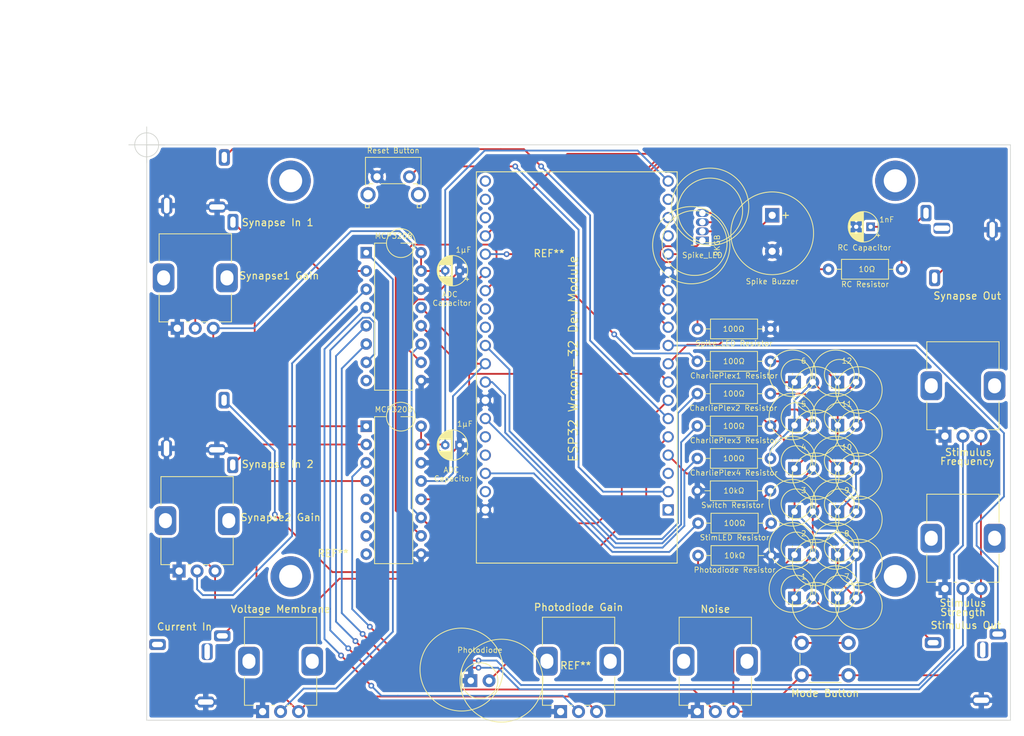
<source format=kicad_pcb>
(kicad_pcb (version 20171130) (host pcbnew "(5.1.4-0-10_14)")
  (layers (0 F.Cu signal) (31 B.Cu signal hide) (34 B.Paste user) (35 F.Paste user) (36 B.SilkS user) (37 F.SilkS user) (38 B.Mask user) (39 F.Mask user) (44 Edge.Cuts user))
  (net 0 "")
  (net 7 "GNDREF")
  (net 8 "/23")
  (net 9 "/27")
  (net 10 "/26")
  (net 11 "+3V3")
  (net 12 "/34")
  (net 13 "/35")
  (net 14 "/25")
  (net 15 "/14")
  (net 16 "/12")
  (net 17 "/13")
  (net 18 "/22")
  (net 19 "/21")
  (net 20 "/19")
  (net 21 "/05")
  (net 22 "/17")
  (net 23 "/16")
  (net 24 "/02")
  (net 25 "/15")
  (net 26 "Net-(10Ω_RC1-Pad2)")
  (net 27 "Net-(100Ω_CharliePlex1-Pad2)")
  (net 28 "Net-(100Ω_CharliePlex2-Pad2)")
  (net 30 "Net-(100Ω_CharliePlex3-Pad2)")
  (net 31 "Net-(100Ω_CharliePlex4-Pad2)")
  (net 32 "Net-(100Ω_Stim-LED1-Pad2)")
  (net 33 "/39")
  (net 34 "VCC")
  (net 35 "Net-(Reset_Button1-Pad2)")
  (net 39 "/202")
  (net 40 "/203")
  (net 41 "/106")
  (net 42 "/103")
  (net 43 "/105")
  (net 44 "/104")
  (net 45 "/101")
  (net 46 "/102")
  (net 47 "/200")
  (net 48 "/201")
  (net 49 "/32")
  (net 50 "/33")
  (net 51 "/18")
  (net 52 "/04")
  (net 53 "/00")
  (net 54 "/100")
  (net 55 "/107")
  (net 56 "/204")
  (net 57 "/205")
  (net 58 "/206")
  (net 59 "/207")
  (net 60 "Net-(100Ω_Spike-LED1-Pad2)")
  (module "LED_THT:LED_D5.0mm-4_RGB" (layer "F.Cu") (at 177.2 63.3 90)
    (fp_text reference "Spike_LED" (at -2.05 0 180) (layer "F.SilkS") (effects (font (size 0.75 0.75) (thickness 0.1))))
    (fp_text value "RGB")
    (pad "1" thru_hole oval (at 1.27 0 90) (size 1.07 1.8) (drill 0.9) (layers *.Cu *.Mask) (net 9 "/27"))
    (pad "2" thru_hole rect (at 0 0 90) (size 1.07 1.8) (drill 0.9) (layers *.Cu *.Mask) (net 60 "Net-(100Ω_Spike-LED1-Pad2)"))
    (pad "3" thru_hole oval (at 2.54 0 90) (size 1.07 1.8) (drill 0.9) (layers *.Cu *.Mask) (net 15 "/14"))
    (pad "4" thru_hole oval (at 3.81 0 90) (size 1.07 1.8) (drill 0.9) (layers *.Cu *.Mask) (net 16 "/12"))
  )
  (module "MountingHole:MountingHole_3.2mm_M3_DIN965_Pad" (layer "F.Cu") (at 120 55)
    (fp_text reference " " (at 0 -3.8) (layer "F.SilkS"))
    (fp_text value "MountingHole_3.2mm_M3_DIN965_Pad")
    (pad "1" thru_hole circle (at 0 0) (size 5.6 5.6) (drill 3.2) (layers *.Cu *.Mask))
  )
  (module "LED_THT:LED_D3.0mm" (layer "F.Cu") (at 190 83)
    (fp_text reference "6" (at 1.27 -2.96) (layer "F.SilkS") (effects (font (size 0.75 0.75) (thickness 0.1))))
    (fp_text value "D7")
    (pad "1" thru_hole rect (at 0 0) (size 1.8 1.8) (drill 0.9) (layers *.Cu *.Mask) (net 30 "Net-(100Ω_CharliePlex3-Pad2)"))
    (pad "2" thru_hole circle (at 2.54 0) (size 1.8 1.8) (drill 0.9) (layers *.Cu *.Mask) (net 31 "Net-(100Ω_CharliePlex4-Pad2)"))
  )
  (module "LED_THT:LED_D3.0mm" (layer "F.Cu") (at 190 113)
    (fp_text reference "1" (at 1.27 -2.96) (layer "F.SilkS") (effects (font (size 0.75 0.75) (thickness 0.1))))
    (fp_text value "D2")
    (pad "1" thru_hole rect (at 0 0) (size 1.8 1.8) (drill 0.9) (layers *.Cu *.Mask) (net 28 "Net-(100Ω_CharliePlex2-Pad2)"))
    (pad "2" thru_hole circle (at 2.54 0) (size 1.8 1.8) (drill 0.9) (layers *.Cu *.Mask) (net 27 "Net-(100Ω_CharliePlex1-Pad2)"))
  )
  (module "Resistor_THT:R_Axial_DIN0207_L6.3mm_D2.5mm_P10.16mm_Horizontal" (layer "F.Cu") (at 186.66 98.1 180)
    (fp_text reference "10kΩ" (at 5.08 0 180) (layer "F.SilkS") (effects (font (size 0.75 0.75) (thickness 0.1))))
    (fp_text value "R5")
    (pad "1" thru_hole circle (at 0 0 180) (size 1.6 1.6) (drill 0.8) (layers *.Cu *.Mask) (net 33 "/39"))
    (pad "2" thru_hole oval (at 10.16 0 180) (size 1.6 1.6) (drill 0.8) (layers *.Cu *.Mask) (net 7 "GNDREF"))
  )
  (module "Package_DIP:DIP-16_W7.62mm" (layer "F.Cu") (at 130.5 89.125)
    (fp_text reference "MCP3208" (at 3.81 -2.33) (layer "F.SilkS") (effects (font (size 0.75 0.75) (thickness 0.1))))
    (fp_text value "MCP3208")
    (pad "1" thru_hole rect (at 0 0) (size 1.6 1.6) (drill 0.8) (layers *.Cu *.Mask) (net 47 "/200"))
    (pad "2" thru_hole oval (at 0 2.54) (size 1.6 1.6) (drill 0.8) (layers *.Cu *.Mask) (net 48 "/201"))
    (pad "3" thru_hole oval (at 0 5.08) (size 1.6 1.6) (drill 0.8) (layers *.Cu *.Mask) (net 39 "/202"))
    (pad "4" thru_hole oval (at 0 7.62) (size 1.6 1.6) (drill 0.8) (layers *.Cu *.Mask) (net 40 "/203"))
    (pad "5" thru_hole oval (at 0 10.16) (size 1.6 1.6) (drill 0.8) (layers *.Cu *.Mask) (net 56 "/204"))
    (pad "6" thru_hole oval (at 0 12.7) (size 1.6 1.6) (drill 0.8) (layers *.Cu *.Mask) (net 57 "/205"))
    (pad "7" thru_hole oval (at 0 15.24) (size 1.6 1.6) (drill 0.8) (layers *.Cu *.Mask) (net 58 "/206"))
    (pad "8" thru_hole oval (at 0 17.78) (size 1.6 1.6) (drill 0.8) (layers *.Cu *.Mask) (net 59 "/207"))
    (pad "9" thru_hole oval (at 7.62 17.78) (size 1.6 1.6) (drill 0.8) (layers *.Cu *.Mask) (net 7 "GNDREF"))
    (pad "10" thru_hole oval (at 7.62 15.24) (size 1.6 1.6) (drill 0.8) (layers *.Cu *.Mask) (net 52 "/04"))
    (pad "11" thru_hole oval (at 7.62 12.7) (size 1.6 1.6) (drill 0.8) (layers *.Cu *.Mask) (net 49 "/32"))
    (pad "12" thru_hole oval (at 7.62 10.16) (size 1.6 1.6) (drill 0.8) (layers *.Cu *.Mask) (net 50 "/33"))
    (pad "13" thru_hole oval (at 7.62 7.62) (size 1.6 1.6) (drill 0.8) (layers *.Cu *.Mask) (net 51 "/18"))
    (pad "14" thru_hole oval (at 7.62 5.08) (size 1.6 1.6) (drill 0.8) (layers *.Cu *.Mask) (net 7 "GNDREF"))
    (pad "15" thru_hole oval (at 7.62 2.54) (size 1.6 1.6) (drill 0.8) (layers *.Cu *.Mask) (net 34 "VCC"))
    (pad "16" thru_hole oval (at 7.62 0) (size 1.6 1.6) (drill 0.8) (layers *.Cu *.Mask) (net 34 "VCC"))
  )
  (module "Potentiometer_THT:Spikeling Potentiometer" (layer "F.Cu") (at 213.4 104.2 90)
    (fp_text reference "Stimulus" (at -9.5 0 180) (layer "F.SilkS"))
    (fp_text value "RV6")
    (pad "1" thru_hole rect (at -7.5 -2.5 90) (size 1.8 1.8) (drill 1) (layers *.Cu *.Mask) (net 7 "GNDREF"))
    (pad "2" thru_hole circle (at -7.5 0 90) (size 1.8 1.8) (drill 1) (layers *.Cu *.Mask) (net 44 "/104"))
    (pad "3" thru_hole circle (at -7.5 2.5 90) (size 1.8 1.8) (drill 1) (layers *.Cu *.Mask) (net 34 "VCC"))
    (pad "MP" thru_hole roundrect (at -0.5 4.4 90) (size 4 3) (drill oval 2.1 1.8) (layers *.Cu *.Mask))
    (pad "MP" thru_hole roundrect (at -0.5 -4.4 90) (size 4 3) (drill oval 2.1 1.8) (layers *.Cu *.Mask))
  )
  (module "Potentiometer_THT:Spikeling Potentiometer" (layer "F.Cu") (at 179 121.3 90)
    (fp_text reference "Noise" (at 6.75 0 180) (layer "F.SilkS"))
    (fp_text value "RV4")
    (pad "1" thru_hole rect (at -7.5 -2.5 90) (size 1.8 1.8) (drill 1) (layers *.Cu *.Mask) (net 7 "GNDREF"))
    (pad "2" thru_hole circle (at -7.5 0 90) (size 1.8 1.8) (drill 1) (layers *.Cu *.Mask) (net 41 "/106"))
    (pad "3" thru_hole circle (at -7.5 2.5 90) (size 1.8 1.8) (drill 1) (layers *.Cu *.Mask) (net 34 "VCC"))
    (pad "MP" thru_hole roundrect (at -0.5 -4.4 90) (size 4 3) (drill oval 2.1 1.8) (layers *.Cu *.Mask))
    (pad "MP" thru_hole roundrect (at -0.5 4.4 90) (size 4 3) (drill oval 2.1 1.8) (layers *.Cu *.Mask))
  )
  (module "Audio_Module:Spikeling_Photoreceptor" (layer "F.Cu") (at 159.6 122.9)
    (fp_text reference "REF**" (at 0 -0.5 unlocked) (layer "F.SilkS"))
    (fp_text value "Spikeling_neuron")
  )
  (module "Connector_Audio:Spikeling Audio Jack 3.5mm" (layer "F.Cu") (at 100.2815 56.25 90)
    (fp_text reference "Synapse In 1" (at -4.55 17.9185) (layer "F.SilkS"))
    (fp_text value "J2")
    (pad "" thru_hole roundrect (at -2.4 9.5 180) (size 2.286 1.524) (drill oval 2.15 0.75) (layers *.Cu *.Mask) (net 7 "GNDREF"))
    (pad "R" thru_hole roundrect (at -4.5 11.7 90) (size 2.286 1.524) (drill oval 1.55 0.75) (layers *.Cu *.Mask) (net 47 "/200"))
    (pad "S" thru_hole roundrect (at -2.2 2.5 270) (size 2.286 1.524) (drill oval 2.15 0.75) (layers *.Cu *.Mask) (net 7 "GNDREF"))
    (pad "T" thru_hole roundrect (at 4.5 10.5 90) (size 2.286 1.524) (drill oval 1.55 0.75) (layers *.Cu *.Mask) (net 13 "/35"))
  )
  (module "Connector_Audio:Spikeling Audio Jack 3.5mm" (layer "F.Cu") (at 219.9685 64 -90)
    (fp_text reference "Synapse Out" (at 7 5.9685 180) (layer "F.SilkS"))
    (fp_text value "J1")
    (pad "" thru_hole roundrect (at -2.4 9.5) (size 2.286 1.524) (drill oval 2.15 0.75) (layers *.Cu *.Mask))
    (pad "R" thru_hole roundrect (at -4.5 11.7 270) (size 2.286 1.524) (drill oval 1.55 0.75) (layers *.Cu *.Mask) (net 26 "Net-(10Ω_RC1-Pad2)"))
    (pad "S" thru_hole roundrect (at -2.2 2.5 90) (size 2.286 1.524) (drill oval 2.15 0.75) (layers *.Cu *.Mask) (net 7 "GNDREF"))
    (pad "T" thru_hole roundrect (at 4.5 10.5 270) (size 2.286 1.524) (drill oval 1.55 0.75) (layers *.Cu *.Mask) (net 25 "/15"))
  )
  (module "Potentiometer_THT:Spikeling Potentiometer" (layer "F.Cu") (at 106.75 68 90)
    (fp_text reference "Synapse1 Gain" (at -0.2 11.65 180) (layer "F.SilkS"))
    (fp_text value "RV1")
    (pad "1" thru_hole rect (at -7.5 -2.5 90) (size 1.8 1.8) (drill 1) (layers *.Cu *.Mask) (net 7 "GNDREF"))
    (pad "2" thru_hole circle (at -7.5 0 90) (size 1.8 1.8) (drill 1) (layers *.Cu *.Mask) (net 45 "/101"))
    (pad "3" thru_hole circle (at -7.5 2.5 90) (size 1.8 1.8) (drill 1) (layers *.Cu *.Mask) (net 34 "VCC"))
    (pad "MP" thru_hole roundrect (at -0.5 4.4 90) (size 4 3) (drill oval 2.1 1.8) (layers *.Cu *.Mask))
    (pad "MP" thru_hole roundrect (at -0.5 -4.4 90) (size 4 3) (drill oval 2.1 1.8) (layers *.Cu *.Mask))
  )
  (module "Audio_Module:Spikeling_Electrode" (layer "F.Cu") (at 125.9 107.3)
    (fp_text reference "REF**" (at 0 -0.5 unlocked) (layer "F.SilkS"))
    (fp_text value "Spikeling_neuron")
  )
  (module "LED_THT:LED_D3.0mm" (layer "F.Cu") (at 190 101)
    (fp_text reference "3" (at 1.27 -2.96) (layer "F.SilkS") (effects (font (size 0.75 0.75) (thickness 0.1))))
    (fp_text value "D4")
    (pad "1" thru_hole rect (at 0 0) (size 1.8 1.8) (drill 0.9) (layers *.Cu *.Mask) (net 30 "Net-(100Ω_CharliePlex3-Pad2)"))
    (pad "2" thru_hole circle (at 2.54 0) (size 1.8 1.8) (drill 0.9) (layers *.Cu *.Mask) (net 28 "Net-(100Ω_CharliePlex2-Pad2)"))
  )
  (module "Potentiometer_THT:Spikeling Potentiometer" (layer "F.Cu") (at 118.6 121.3 90)
    (fp_text reference "Voltage Membrane" (at 6.75 0 180) (layer "F.SilkS"))
    (fp_text value "RV3")
    (pad "1" thru_hole rect (at -7.5 -2.5 90) (size 1.8 1.8) (drill 1) (layers *.Cu *.Mask) (net 7 "GNDREF"))
    (pad "2" thru_hole circle (at -7.5 0 90) (size 1.8 1.8) (drill 1) (layers *.Cu *.Mask) (net 54 "/100"))
    (pad "3" thru_hole circle (at -7.5 2.5 90) (size 1.8 1.8) (drill 1) (layers *.Cu *.Mask) (net 34 "VCC"))
    (pad "MP" thru_hole roundrect (at -0.5 -4.4 90) (size 4 3) (drill oval 2.1 1.8) (layers *.Cu *.Mask))
    (pad "MP" thru_hole roundrect (at -0.5 4.4 90) (size 4 3) (drill oval 2.1 1.8) (layers *.Cu *.Mask))
  )
  (module "Resistor_THT:R_Axial_DIN0207_L6.3mm_D2.5mm_P10.16mm_Horizontal" (layer "F.Cu") (at 176.6 102.6)
    (fp_text reference "100Ω" (at 5.08 0) (layer "F.SilkS") (effects (font (size 0.75 0.75) (thickness 0.1))))
    (fp_text value "R3")
    (pad "1" thru_hole circle (at 0 0) (size 1.6 1.6) (drill 0.8) (layers *.Cu *.Mask) (net 18 "/22"))
    (pad "2" thru_hole oval (at 10.16 0) (size 1.6 1.6) (drill 0.8) (layers *.Cu *.Mask) (net 32 "Net-(100Ω_Stim-LED1-Pad2)"))
  )
  (module "MountingHole:MountingHole_3.2mm_M3_DIN965_Pad" (layer "F.Cu") (at 204 55)
    (fp_text reference " " (at 0 -3.8) (layer "F.SilkS"))
    (fp_text value "MountingHole_M3")
    (pad "1" thru_hole circle (at 0 0) (size 5.6 5.6) (drill 3.2) (layers *.Cu *.Mask))
  )
  (module "Package_DIP:DIP-16_W7.62mm" (layer "F.Cu") (at 130.5 65)
    (fp_text reference "MCP3208" (at 3.81 -2.33) (layer "F.SilkS") (effects (font (size 0.75 0.75) (thickness 0.1))))
    (fp_text value "MCP3208")
    (pad "1" thru_hole rect (at 0 0) (size 1.6 1.6) (drill 0.8) (layers *.Cu *.Mask) (net 54 "/100"))
    (pad "2" thru_hole oval (at 0 2.54) (size 1.6 1.6) (drill 0.8) (layers *.Cu *.Mask) (net 45 "/101"))
    (pad "3" thru_hole oval (at 0 5.08) (size 1.6 1.6) (drill 0.8) (layers *.Cu *.Mask) (net 46 "/102"))
    (pad "4" thru_hole oval (at 0 7.62) (size 1.6 1.6) (drill 0.8) (layers *.Cu *.Mask) (net 42 "/103"))
    (pad "5" thru_hole oval (at 0 10.16) (size 1.6 1.6) (drill 0.8) (layers *.Cu *.Mask) (net 44 "/104"))
    (pad "6" thru_hole oval (at 0 12.7) (size 1.6 1.6) (drill 0.8) (layers *.Cu *.Mask) (net 43 "/105"))
    (pad "7" thru_hole oval (at 0 15.24) (size 1.6 1.6) (drill 0.8) (layers *.Cu *.Mask) (net 41 "/106"))
    (pad "8" thru_hole oval (at 0 17.78) (size 1.6 1.6) (drill 0.8) (layers *.Cu *.Mask) (net 55 "/107"))
    (pad "9" thru_hole oval (at 7.62 17.78) (size 1.6 1.6) (drill 0.8) (layers *.Cu *.Mask) (net 7 "GNDREF"))
    (pad "10" thru_hole oval (at 7.62 15.24) (size 1.6 1.6) (drill 0.8) (layers *.Cu *.Mask) (net 53 "/00"))
    (pad "11" thru_hole oval (at 7.62 12.7) (size 1.6 1.6) (drill 0.8) (layers *.Cu *.Mask) (net 49 "/32"))
    (pad "12" thru_hole oval (at 7.62 10.16) (size 1.6 1.6) (drill 0.8) (layers *.Cu *.Mask) (net 50 "/33"))
    (pad "13" thru_hole oval (at 7.62 7.62) (size 1.6 1.6) (drill 0.8) (layers *.Cu *.Mask) (net 51 "/18"))
    (pad "14" thru_hole oval (at 7.62 5.08) (size 1.6 1.6) (drill 0.8) (layers *.Cu *.Mask) (net 7 "GNDREF"))
    (pad "15" thru_hole oval (at 7.62 2.54) (size 1.6 1.6) (drill 0.8) (layers *.Cu *.Mask) (net 34 "VCC"))
    (pad "16" thru_hole oval (at 7.62 0) (size 1.6 1.6) (drill 0.8) (layers *.Cu *.Mask) (net 34 "VCC"))
  )
  (module "Capacitor_THT:CP_Radial_D4.0mm_P2.00mm" (layer "F.Cu") (at 143.4726 91.75 180)
    (fp_text reference "1μF" (at -0.7274 2.95) (layer "F.SilkS") (effects (font (size 0.75 0.75) (thickness 0.1))))
    (fp_text value "1 μF")
    (pad "1" thru_hole rect (at 0 0 180) (size 1.2 1.2) (drill 0.6) (layers *.Cu *.Mask) (net 7 "GNDREF"))
    (pad "2" thru_hole circle (at 2 0 180) (size 1.2 1.2) (drill 0.6) (layers *.Cu *.Mask) (net 34 "VCC"))
  )
  (module "Connector_Audio:Spikeling Audio Jack 3.5mm" (layer "F.Cu") (at 213.75 129.7185 180)
    (fp_text reference "Stimulus Out" (at -0.05 12.9185) (layer "F.SilkS"))
    (fp_text value "J5")
    (pad "" thru_hole roundrect (at -2.4 9.5 270) (size 2.286 1.524) (drill oval 2.15 0.75) (layers *.Cu *.Mask))
    (pad "R" thru_hole roundrect (at -4.5 11.7 180) (size 2.286 1.524) (drill oval 1.55 0.75) (layers *.Cu *.Mask) (net 10 "/26"))
    (pad "S" thru_hole roundrect (at -2.2 2.5) (size 2.286 1.524) (drill oval 2.15 0.75) (layers *.Cu *.Mask) (net 7 "GNDREF"))
    (pad "T" thru_hole roundrect (at 4.5 10.5 180) (size 2.286 1.524) (drill oval 1.55 0.75) (layers *.Cu *.Mask) (net 32 "Net-(100Ω_Stim-LED1-Pad2)"))
  )
  (module "Button_Switch_THT:Spikeling reset button" (layer "F.Cu") (at 134.25 51.75)
    (fp_text reference "Reset Button" (at 0 -0.95) (layer "F.SilkS") (effects (font (size 0.75 0.75) (thickness 0.1))))
    (fp_text value "SW2")
    (pad "" thru_hole circle (at 3.51 5.18) (size 2.1 2.1) (drill 1.3) (layers *.Cu *.Mask))
    (pad "" thru_hole circle (at -3.5 5.18) (size 2.1 2.1) (drill 1.3) (layers *.Cu *.Mask))
    (pad "1" thru_hole circle (at -2.25 2.69) (size 1.75 1.75) (drill 0.99) (layers *.Cu *.Mask) (net 7 "GNDREF"))
    (pad "2" thru_hole circle (at 2.25 2.69) (size 1.75 1.75) (drill 0.99) (layers *.Cu *.Mask) (net 35 "Net-(Reset_Button1-Pad2)"))
  )
  (module "LED_THT:LED_D3.0mm" (layer "F.Cu") (at 196 95)
    (fp_text reference "10" (at 1.27 -2.96) (layer "F.SilkS") (effects (font (size 0.75 0.75) (thickness 0.1))))
    (fp_text value "D11")
    (pad "1" thru_hole rect (at 0 0) (size 1.8 1.8) (drill 0.9) (layers *.Cu *.Mask) (net 28 "Net-(100Ω_CharliePlex2-Pad2)"))
    (pad "2" thru_hole circle (at 2.54 0) (size 1.8 1.8) (drill 0.9) (layers *.Cu *.Mask) (net 31 "Net-(100Ω_CharliePlex4-Pad2)"))
  )
  (module "LED_THT:LED_D3.0mm" (layer "F.Cu") (at 196 107)
    (fp_text reference "8" (at 1.27 -2.96) (layer "F.SilkS") (effects (font (size 0.75 0.75) (thickness 0.1))))
    (fp_text value "LED")
    (pad "1" thru_hole rect (at 0 0) (size 1.8 1.8) (drill 0.9) (layers *.Cu *.Mask) (net 27 "Net-(100Ω_CharliePlex1-Pad2)"))
    (pad "2" thru_hole circle (at 2.54 0) (size 1.8 1.8) (drill 0.9) (layers *.Cu *.Mask) (net 30 "Net-(100Ω_CharliePlex3-Pad2)"))
  )
  (module "Capacitor_THT:CP_Radial_D4.0mm_P2.00mm" (layer "F.Cu") (at 143.4726 67.5 180)
    (fp_text reference "1μF" (at -0.5274 2.9) (layer "F.SilkS") (effects (font (size 0.75 0.75) (thickness 0.1))))
    (fp_text value "1 μF")
    (pad "1" thru_hole rect (at 0 0 180) (size 1.2 1.2) (drill 0.6) (layers *.Cu *.Mask) (net 7 "GNDREF"))
    (pad "2" thru_hole circle (at 2 0 180) (size 1.2 1.2) (drill 0.6) (layers *.Cu *.Mask) (net 34 "VCC"))
  )
  (module "Resistor_THT:R_Axial_DIN0207_L6.3mm_D2.5mm_P10.16mm_Horizontal" (layer "F.Cu") (at 176.5 93.6)
    (fp_text reference "100Ω" (at 5.08 0) (layer "F.SilkS") (effects (font (size 0.75 0.75) (thickness 0.1))))
    (fp_text value "R9")
    (pad "1" thru_hole circle (at 0 0) (size 1.6 1.6) (drill 0.8) (layers *.Cu *.Mask) (net 19 "/21"))
    (pad "2" thru_hole oval (at 10.16 0) (size 1.6 1.6) (drill 0.8) (layers *.Cu *.Mask) (net 31 "Net-(100Ω_CharliePlex4-Pad2)"))
  )
  (module "LED_THT:LED_D3.0mm" (layer "F.Cu") (at 196 83)
    (fp_text reference "12" (at 1.27 -2.96) (layer "F.SilkS") (effects (font (size 0.75 0.75) (thickness 0.1))))
    (fp_text value "D13")
    (pad "1" thru_hole rect (at 0 0) (size 1.8 1.8) (drill 0.9) (layers *.Cu *.Mask) (net 27 "Net-(100Ω_CharliePlex1-Pad2)"))
    (pad "2" thru_hole circle (at 2.54 0) (size 1.8 1.8) (drill 0.9) (layers *.Cu *.Mask) (net 31 "Net-(100Ω_CharliePlex4-Pad2)"))
  )
  (module "LED_THT:LED_D3.0mm" (layer "F.Cu") (at 196 89)
    (fp_text reference "11" (at 1.27 -2.96) (layer "F.SilkS") (effects (font (size 0.75 0.75) (thickness 0.1))))
    (fp_text value "D12")
    (pad "1" thru_hole rect (at 0 0) (size 1.8 1.8) (drill 0.9) (layers *.Cu *.Mask) (net 31 "Net-(100Ω_CharliePlex4-Pad2)"))
    (pad "2" thru_hole circle (at 2.54 0) (size 1.8 1.8) (drill 0.9) (layers *.Cu *.Mask) (net 27 "Net-(100Ω_CharliePlex1-Pad2)"))
  )
  (module "LED_THT:LED_D3.0mm" (layer "F.Cu") (at 196 101)
    (fp_text reference "9" (at 1.27 -2.96) (layer "F.SilkS") (effects (font (size 0.75 0.75) (thickness 0.1))))
    (fp_text value "D10")
    (pad "1" thru_hole rect (at 0 0) (size 1.8 1.8) (drill 0.9) (layers *.Cu *.Mask) (net 31 "Net-(100Ω_CharliePlex4-Pad2)"))
    (pad "2" thru_hole circle (at 2.54 0) (size 1.8 1.8) (drill 0.9) (layers *.Cu *.Mask) (net 28 "Net-(100Ω_CharliePlex2-Pad2)"))
  )
  (module "Resistor_THT:R_Axial_DIN0207_L6.3mm_D2.5mm_P10.16mm_Horizontal" (layer "F.Cu") (at 194.72 67.3)
    (fp_text reference "10Ω" (at 5.33 0 180) (layer "F.SilkS") (effects (font (size 0.75 0.75) (thickness 0.1))))
    (fp_text value "R1")
    (pad "1" thru_hole circle (at 0 0) (size 1.6 1.6) (drill 0.8) (layers *.Cu *.Mask) (net 14 "/25"))
    (pad "2" thru_hole oval (at 10.16 0) (size 1.6 1.6) (drill 0.8) (layers *.Cu *.Mask) (net 26 "Net-(10Ω_RC1-Pad2)"))
  )
  (module "LED_THT:LED_D5.0mm" (layer "F.Cu") (at 145.025 124.5)
    (fp_text reference "Photodiode" (at 1.27 -4.25) (layer "F.SilkS") (effects (font (size 0.75 0.75) (thickness 0.1))))
    (fp_text value "D1")
    (pad "1" thru_hole rect (at 0 0) (size 1.8 1.8) (drill 0.9) (layers *.Cu *.Mask) (net 7 "GNDREF"))
    (pad "2" thru_hole circle (at 2.54 0) (size 1.8 1.8) (drill 0.9) (layers *.Cu *.Mask) (net 39 "/202"))
  )
  (module "Potentiometer_THT:Spikeling Potentiometer" (layer "F.Cu") (at 213.4 83 90)
    (fp_text reference "Stimulus" (at -9.75 0.75 180) (layer "F.SilkS"))
    (fp_text value "RV7")
    (pad "1" thru_hole rect (at -7.5 -2.5 90) (size 1.8 1.8) (drill 1) (layers *.Cu *.Mask) (net 7 "GNDREF"))
    (pad "2" thru_hole circle (at -7.5 0 90) (size 1.8 1.8) (drill 1) (layers *.Cu *.Mask) (net 43 "/105"))
    (pad "3" thru_hole circle (at -7.5 2.5 90) (size 1.8 1.8) (drill 1) (layers *.Cu *.Mask) (net 34 "VCC"))
    (pad "MP" thru_hole roundrect (at -0.5 4.4 90) (size 4 3) (drill oval 2.1 1.8) (layers *.Cu *.Mask))
    (pad "MP" thru_hole roundrect (at -0.5 -4.4 90) (size 4 3) (drill oval 2.1 1.8) (layers *.Cu *.Mask))
  )
  (module "Potentiometer_THT:Spikeling Potentiometer" (layer "F.Cu") (at 107 101.75 90)
    (fp_text reference "Synapse2 Gain" (at -0.05 11.6 180) (layer "F.SilkS"))
    (fp_text value "RV2")
    (pad "1" thru_hole rect (at -7.5 -2.5 90) (size 1.8 1.8) (drill 1) (layers *.Cu *.Mask) (net 7 "GNDREF"))
    (pad "2" thru_hole circle (at -7.5 0 90) (size 1.8 1.8) (drill 1) (layers *.Cu *.Mask) (net 46 "/102"))
    (pad "3" thru_hole circle (at -7.5 2.5 90) (size 1.8 1.8) (drill 1) (layers *.Cu *.Mask) (net 34 "VCC"))
    (pad "MP" thru_hole roundrect (at -0.5 -4.4 90) (size 4 3) (drill oval 2.1 1.8) (layers *.Cu *.Mask))
    (pad "MP" thru_hole roundrect (at -0.5 4.4 90) (size 4 3) (drill oval 2.1 1.8) (layers *.Cu *.Mask))
  )
  (module "Connector_Audio:Spikeling Audio Jack 3.5mm" (layer "F.Cu") (at 100.25 90 90)
    (fp_text reference "Synapse In 2" (at -4.4 17.95) (layer "F.SilkS"))
    (fp_text value "J3")
    (pad "" thru_hole roundrect (at -2.4 9.5 180) (size 2.286 1.524) (drill oval 2.15 0.75) (layers *.Cu *.Mask) (net 7 "GNDREF"))
    (pad "R" thru_hole roundrect (at -4.5 11.7 90) (size 2.286 1.524) (drill oval 1.55 0.75) (layers *.Cu *.Mask) (net 48 "/201"))
    (pad "S" thru_hole roundrect (at -2.2 2.5 270) (size 2.286 1.524) (drill oval 2.15 0.75) (layers *.Cu *.Mask) (net 7 "GNDREF"))
    (pad "T" thru_hole roundrect (at 4.5 10.5 90) (size 2.286 1.524) (drill oval 1.55 0.75) (layers *.Cu *.Mask) (net 12 "/34"))
  )
  (module "LED_THT:LED_D3.0mm" (layer "F.Cu") (at 190 107)
    (fp_text reference "2" (at 1.27 -2.96) (layer "F.SilkS") (effects (font (size 0.75 0.75) (thickness 0.1))))
    (fp_text value "D3")
    (pad "1" thru_hole rect (at 0 0) (size 1.8 1.8) (drill 0.9) (layers *.Cu *.Mask) (net 27 "Net-(100Ω_CharliePlex1-Pad2)"))
    (pad "2" thru_hole circle (at 2.54 0) (size 1.8 1.8) (drill 0.9) (layers *.Cu *.Mask) (net 28 "Net-(100Ω_CharliePlex2-Pad2)"))
  )
  (module "MountingHole:MountingHole_3.2mm_M3_DIN965_Pad" (layer "F.Cu") (at 204 110)
    (fp_text reference " " (at 0 -3.8) (layer "F.SilkS"))
    (fp_text value "MountingHole_3.2mm_M3_DIN965_Pad")
    (pad "1" thru_hole circle (at 0 0) (size 5.6 5.6) (drill 3.2) (layers *.Cu *.Mask))
  )
  (module "LED_THT:LED_D3.0mm" (layer "F.Cu") (at 190 95)
    (fp_text reference "4" (at 1.27 -2.96) (layer "F.SilkS") (effects (font (size 0.75 0.75) (thickness 0.1))))
    (fp_text value "D5")
    (pad "1" thru_hole rect (at 0 0) (size 1.8 1.8) (drill 0.9) (layers *.Cu *.Mask) (net 28 "Net-(100Ω_CharliePlex2-Pad2)"))
    (pad "2" thru_hole circle (at 2.54 0) (size 1.8 1.8) (drill 0.9) (layers *.Cu *.Mask) (net 30 "Net-(100Ω_CharliePlex3-Pad2)"))
  )
  (module "Connector_Audio:Spikeling Audio Jack 3.5mm" (layer "F.Cu") (at 106 129.9685 180)
    (fp_text reference "Current In" (at 0.75 12.9685) (layer "F.SilkS"))
    (fp_text value "J4")
    (pad "" thru_hole roundrect (at -2.4 9.5 270) (size 2.286 1.524) (drill oval 2.15 0.75) (layers *.Cu *.Mask))
    (pad "R" thru_hole roundrect (at -4.5 11.7 180) (size 2.286 1.524) (drill oval 1.55 0.75) (layers *.Cu *.Mask) (net 40 "/203"))
    (pad "S" thru_hole roundrect (at -2.2 2.5) (size 2.286 1.524) (drill oval 2.15 0.75) (layers *.Cu *.Mask) (net 7 "GNDREF"))
    (pad "T" thru_hole roundrect (at 4.5 10.5 180) (size 2.286 1.524) (drill oval 1.55 0.75) (layers *.Cu *.Mask))
  )
  (module "Resistor_THT:R_Axial_DIN0207_L6.3mm_D2.5mm_P10.16mm_Horizontal" (layer "F.Cu") (at 176.5 89.1)
    (fp_text reference "100Ω" (at 5.08 0) (layer "F.SilkS") (effects (font (size 0.75 0.75) (thickness 0.1))))
    (fp_text value "R8")
    (pad "1" thru_hole circle (at 0 0) (size 1.6 1.6) (drill 0.8) (layers *.Cu *.Mask) (net 20 "/19"))
    (pad "2" thru_hole oval (at 10.16 0) (size 1.6 1.6) (drill 0.8) (layers *.Cu *.Mask) (net 30 "Net-(100Ω_CharliePlex3-Pad2)"))
  )
  (module "Resistor_THT:R_Axial_DIN0207_L6.3mm_D2.5mm_P10.16mm_Horizontal" (layer "F.Cu") (at 176.6 107.1)
    (fp_text reference "10kΩ" (at 5.08 0) (layer "F.SilkS") (effects (font (size 0.75 0.75) (thickness 0.1))))
    (fp_text value "R2")
    (pad "1" thru_hole circle (at 0 0) (size 1.6 1.6) (drill 0.8) (layers *.Cu *.Mask) (net 39 "/202"))
    (pad "2" thru_hole oval (at 10.16 0) (size 1.6 1.6) (drill 0.8) (layers *.Cu *.Mask) (net 7 "GNDREF"))
  )
  (module "Potentiometer_THT:Spikeling Potentiometer" (layer "F.Cu") (at 160 121.3 90)
    (fp_text reference "Photodiode Gain" (at 7 0 180) (layer "F.SilkS"))
    (fp_text value "RV5")
    (pad "1" thru_hole rect (at -7.5 -2.5 90) (size 1.8 1.8) (drill 1) (layers *.Cu *.Mask) (net 7 "GNDREF"))
    (pad "2" thru_hole circle (at -7.5 0 90) (size 1.8 1.8) (drill 1) (layers *.Cu *.Mask) (net 42 "/103"))
    (pad "3" thru_hole circle (at -7.5 2.5 90) (size 1.8 1.8) (drill 1) (layers *.Cu *.Mask) (net 34 "VCC"))
    (pad "MP" thru_hole roundrect (at -0.5 4.4 90) (size 4 3) (drill oval 2.1 1.8) (layers *.Cu *.Mask))
    (pad "MP" thru_hole roundrect (at -0.5 -4.4 90) (size 4 3) (drill oval 2.1 1.8) (layers *.Cu *.Mask))
  )
  (module "Capacitor_THT:CP_Radial_D4.0mm_P2.00mm" (layer "F.Cu") (at 200.5726 61.4 180)
    (fp_text reference "1nF" (at -2.2274 1) (layer "F.SilkS") (effects (font (size 0.75 0.75) (thickness 0.1))))
    (fp_text value "C3")
    (pad "1" thru_hole rect (at 0 0 180) (size 1.2 1.2) (drill 0.6) (layers *.Cu *.Mask) (net 26 "Net-(10Ω_RC1-Pad2)"))
    (pad "2" thru_hole circle (at 2 0 180) (size 1.2 1.2) (drill 0.6) (layers *.Cu *.Mask) (net 7 "GNDREF"))
  )
  (module "Resistor_THT:R_Axial_DIN0207_L6.3mm_D2.5mm_P10.16mm_Horizontal" (layer "F.Cu") (at 176.5 84.6)
    (fp_text reference "100Ω" (at 5.08 0) (layer "F.SilkS") (effects (font (size 0.75 0.75) (thickness 0.1))))
    (fp_text value "R7")
    (pad "1" thru_hole circle (at 0 0) (size 1.6 1.6) (drill 0.8) (layers *.Cu *.Mask) (net 21 "/05"))
    (pad "2" thru_hole oval (at 10.16 0) (size 1.6 1.6) (drill 0.8) (layers *.Cu *.Mask) (net 28 "Net-(100Ω_CharliePlex2-Pad2)"))
  )
  (module "Resistor_THT:R_Axial_DIN0207_L6.3mm_D2.5mm_P10.16mm_Horizontal" (layer "F.Cu") (at 186.68 75.6 180)
    (fp_text reference "100Ω" (at 5.13 0) (layer "F.SilkS") (effects (font (size 0.75 0.75) (thickness 0.1))))
    (fp_text value "R4")
    (pad "1" thru_hole circle (at 0 0 180) (size 1.6 1.6) (drill 0.8) (layers *.Cu *.Mask) (net 7 "GNDREF"))
    (pad "2" thru_hole oval (at 10.16 0 180) (size 1.6 1.6) (drill 0.8) (layers *.Cu *.Mask) (net 60 "Net-(100Ω_Spike-LED1-Pad2)"))
  )
  (module "Buzzer_Beeper:Buzzer_11.5x9.5RM5" (layer "F.Cu") (at 186.9 58.5 -90)
    (fp_text reference "Spike Buzzer" (at 10.5 0) (layer "F.SilkS") (effects (font (size 0.75 0.75) (thickness 0.1))))
    (fp_text value "BZ1")
    (fp_text user "+" (at 1.3 -1.8 -90) (layer "F.SilkS"))
    (pad "1" thru_hole rect (at 1.3 0 270) (size 2 2) (drill 1) (layers *.Cu *.Mask) (net 17 "/13"))
    (pad "2" thru_hole circle (at 6.3 0 270) (size 2 2) (drill 1) (layers *.Cu *.Mask) (net 7 "GNDREF"))
  )
  (module "MountingHole:MountingHole_3.2mm_M3_DIN965_Pad" (layer "F.Cu") (at 120 110)
    (fp_text reference " " (at 0 -3.8) (layer "F.SilkS"))
    (fp_text value "MountingHole_3.2mm_M3_DIN965_Pad")
    (pad "1" thru_hole circle (at 0 0) (size 5.6 5.6) (drill 3.2) (layers *.Cu *.Mask))
  )
  (module "Audio_Module:Spikeling_Neuron" (layer "F.Cu") (at 155.9 65.6)
    (fp_text reference "REF**" (at 0 -0.5 unlocked) (layer "F.SilkS"))
    (fp_text value "Spikeling_neuron")
  )
  (module "Resistor_THT:R_Axial_DIN0207_L6.3mm_D2.5mm_P10.16mm_Horizontal" (layer "F.Cu") (at 176.5 80.1)
    (fp_text reference "100Ω" (at 5.08 0) (layer "F.SilkS") (effects (font (size 0.75 0.75) (thickness 0.1))))
    (fp_text value "R6")
    (pad "1" thru_hole circle (at 0 0) (size 1.6 1.6) (drill 0.8) (layers *.Cu *.Mask) (net 24 "/02"))
    (pad "2" thru_hole oval (at 10.16 0) (size 1.6 1.6) (drill 0.8) (layers *.Cu *.Mask) (net 27 "Net-(100Ω_CharliePlex1-Pad2)"))
  )
  (module "Button_Switch_THT:SW_PUSH_6mm_H13mm" (layer "F.Cu") (at 191 119.25)
    (fp_text reference "Mode Button" (at 3.25 7) (layer "F.SilkS"))
    (fp_text value "SW1")
    (pad "1" thru_hole circle (at 0 0 90) (size 2 2) (drill 1.1) (layers *.Cu *.Mask) (net 33 "/39"))
    (pad "1" thru_hole circle (at 6.5 0 90) (size 2 2) (drill 1.1) (layers *.Cu *.Mask) (net 33 "/39"))
    (pad "2" thru_hole circle (at 6.5 4.5 90) (size 2 2) (drill 1.1) (layers *.Cu *.Mask) (net 34 "VCC"))
    (pad "2" thru_hole circle (at 0 4.5 90) (size 2 2) (drill 1.1) (layers *.Cu *.Mask) (net 34 "VCC"))
  )
  (module "Module:MODULE_ESP32-DEVKITC-32D" (layer "F.Cu") (at 159.75 81 180)
    (fp_text reference "ESP32 Wroom-32 Dev Module" (at 0.5 1.25 270) (layer "F.SilkS") (effects (font (size 1.25 1.25))))
    (fp_text value "ESP32-DEVKITC-32D")
    (pad "1" thru_hole rect (at -12.7 -19.76 180) (size 1.56 1.56) (drill 1.04) (layers *.Cu *.Mask) (net 11 "+3V3"))
    (pad "2" thru_hole circle (at -12.7 -17.22 180) (size 1.56 1.56) (drill 1.04) (layers *.Cu *.Mask) (net 35 "Net-(Reset_Button1-Pad2)"))
    (pad "3" thru_hole circle (at -12.7 -14.68 180) (size 1.56 1.56) (drill 1.04) (layers *.Cu *.Mask))
    (pad "4" thru_hole circle (at -12.7 -12.14 180) (size 1.56 1.56) (drill 1.04) (layers *.Cu *.Mask) (net 33 "/39"))
    (pad "5" thru_hole circle (at -12.7 -9.6 180) (size 1.56 1.56) (drill 1.04) (layers *.Cu *.Mask) (net 12 "/34"))
    (pad "6" thru_hole circle (at -12.7 -7.06 180) (size 1.56 1.56) (drill 1.04) (layers *.Cu *.Mask) (net 13 "/35"))
    (pad "7" thru_hole circle (at -12.7 -4.52 180) (size 1.56 1.56) (drill 1.04) (layers *.Cu *.Mask) (net 49 "/32"))
    (pad "8" thru_hole circle (at -12.7 -1.98 180) (size 1.56 1.56) (drill 1.04) (layers *.Cu *.Mask) (net 50 "/33"))
    (pad "9" thru_hole circle (at -12.7 0.56 180) (size 1.56 1.56) (drill 1.04) (layers *.Cu *.Mask) (net 14 "/25"))
    (pad "10" thru_hole circle (at -12.7 3.1 180) (size 1.56 1.56) (drill 1.04) (layers *.Cu *.Mask) (net 10 "/26"))
    (pad "11" thru_hole circle (at -12.7 5.64 180) (size 1.56 1.56) (drill 1.04) (layers *.Cu *.Mask) (net 9 "/27"))
    (pad "12" thru_hole circle (at -12.7 8.18 180) (size 1.56 1.56) (drill 1.04) (layers *.Cu *.Mask) (net 15 "/14"))
    (pad "13" thru_hole circle (at -12.7 10.72 180) (size 1.56 1.56) (drill 1.04) (layers *.Cu *.Mask) (net 16 "/12"))
    (pad "14" thru_hole circle (at -12.7 13.26 180) (size 1.56 1.56) (drill 1.04) (layers *.Cu *.Mask) (net 7 "GNDREF"))
    (pad "15" thru_hole circle (at -12.7 15.8 180) (size 1.56 1.56) (drill 1.04) (layers *.Cu *.Mask) (net 17 "/13"))
    (pad "16" thru_hole circle (at -12.7 18.34 180) (size 1.56 1.56) (drill 1.04) (layers *.Cu *.Mask))
    (pad "17" thru_hole circle (at -12.7 20.88 180) (size 1.56 1.56) (drill 1.04) (layers *.Cu *.Mask))
    (pad "18" thru_hole circle (at -12.7 23.42 180) (size 1.56 1.56) (drill 1.04) (layers *.Cu *.Mask))
    (pad "19" thru_hole circle (at -12.7 25.96 180) (size 1.56 1.56) (drill 1.04) (layers *.Cu *.Mask) (net 34 "VCC"))
    (pad "20" thru_hole circle (at 12.7 -19.76 180) (size 1.56 1.56) (drill 1.04) (layers *.Cu *.Mask) (net 7 "GNDREF"))
    (pad "21" thru_hole circle (at 12.7 -17.22 180) (size 1.56 1.56) (drill 1.04) (layers *.Cu *.Mask) (net 8 "/23"))
    (pad "22" thru_hole circle (at 12.7 -14.68 180) (size 1.56 1.56) (drill 1.04) (layers *.Cu *.Mask) (net 18 "/22"))
    (pad "23" thru_hole circle (at 12.7 -12.14 180) (size 1.56 1.56) (drill 1.04) (layers *.Cu *.Mask))
    (pad "24" thru_hole circle (at 12.7 -9.6 180) (size 1.56 1.56) (drill 1.04) (layers *.Cu *.Mask))
    (pad "25" thru_hole circle (at 12.7 -7.06 180) (size 1.56 1.56) (drill 1.04) (layers *.Cu *.Mask) (net 19 "/21"))
    (pad "26" thru_hole circle (at 12.7 -4.52 180) (size 1.56 1.56) (drill 1.04) (layers *.Cu *.Mask) (net 7 "GNDREF"))
    (pad "27" thru_hole circle (at 12.7 -1.98 180) (size 1.56 1.56) (drill 1.04) (layers *.Cu *.Mask) (net 20 "/19"))
    (pad "28" thru_hole circle (at 12.7 0.56 180) (size 1.56 1.56) (drill 1.04) (layers *.Cu *.Mask) (net 51 "/18"))
    (pad "29" thru_hole circle (at 12.7 3.1 180) (size 1.56 1.56) (drill 1.04) (layers *.Cu *.Mask) (net 21 "/05"))
    (pad "30" thru_hole circle (at 12.7 5.64 180) (size 1.56 1.56) (drill 1.04) (layers *.Cu *.Mask) (net 22 "/17"))
    (pad "31" thru_hole circle (at 12.7 8.18 180) (size 1.56 1.56) (drill 1.04) (layers *.Cu *.Mask) (net 23 "/16"))
    (pad "32" thru_hole circle (at 12.7 10.72 180) (size 1.56 1.56) (drill 1.04) (layers *.Cu *.Mask) (net 52 "/04"))
    (pad "33" thru_hole circle (at 12.7 13.26 180) (size 1.56 1.56) (drill 1.04) (layers *.Cu *.Mask) (net 53 "/00"))
    (pad "34" thru_hole circle (at 12.7 15.8 180) (size 1.56 1.56) (drill 1.04) (layers *.Cu *.Mask) (net 24 "/02"))
    (pad "35" thru_hole circle (at 12.7 18.34 180) (size 1.56 1.56) (drill 1.04) (layers *.Cu *.Mask) (net 25 "/15"))
    (pad "36" thru_hole circle (at 12.7 20.88 180) (size 1.56 1.56) (drill 1.04) (layers *.Cu *.Mask))
    (pad "37" thru_hole circle (at 12.7 23.42 180) (size 1.56 1.56) (drill 1.04) (layers *.Cu *.Mask))
    (pad "38" thru_hole circle (at 12.7 25.96 180) (size 1.56 1.56) (drill 1.04) (layers *.Cu *.Mask))
  )
  (module "LED_THT:LED_D3.0mm" (layer "F.Cu") (at 196 113)
    (fp_text reference "7" (at 1.27 -2.96) (layer "F.SilkS") (effects (font (size 0.75 0.75) (thickness 0.1))))
    (fp_text value "D8")
    (pad "1" thru_hole rect (at 0 0) (size 1.8 1.8) (drill 0.9) (layers *.Cu *.Mask) (net 30 "Net-(100Ω_CharliePlex3-Pad2)"))
    (pad "2" thru_hole circle (at 2.54 0) (size 1.8 1.8) (drill 0.9) (layers *.Cu *.Mask) (net 27 "Net-(100Ω_CharliePlex1-Pad2)"))
  )
  (module "LED_THT:LED_D3.0mm" (layer "F.Cu") (at 190 89)
    (fp_text reference "5" (at 1.27 -2.96) (layer "F.SilkS") (effects (font (size 0.75 0.75) (thickness 0.1))))
    (fp_text value "D6")
    (pad "1" thru_hole rect (at 0 0) (size 1.8 1.8) (drill 0.9) (layers *.Cu *.Mask) (net 31 "Net-(100Ω_CharliePlex4-Pad2)"))
    (pad "2" thru_hole circle (at 2.54 0) (size 1.8 1.8) (drill 0.9) (layers *.Cu *.Mask) (net 30 "Net-(100Ω_CharliePlex3-Pad2)"))
  )
  (gr_line (start 220 130) (end 100 130) (layer "Edge.Cuts") (width 0.1))
  (gr_line (start 100 50) (end 220 50) (layer "Edge.Cuts") (width 0.1))
  (gr_line (start 220 50) (end 220 130) (layer "Edge.Cuts") (width 0.1))
  (gr_line (start 100 130) (end 100 50) (layer "Edge.Cuts") (width 0.1))
  (gr_text "ADC \nCapacitor" (at 142.4 71.4) (layer "F.SilkS") (effects (font (size 0.75 0.75) (thickness 0.1))))
  (gr_text "Switch Resistor" (at 181.4 100.1) (layer "F.SilkS") (effects (font (size 0.75 0.75) (thickness 0.1))))
  (gr_text "CharliePlex3 Resistor" (at 181.58 91.1) (layer "F.SilkS") (effects (font (size 0.75 0.75) (thickness 0.1))))
  (gr_text "Frequency" (at 214 94) (layer "F.SilkS") (effects (font (size 1 1))))
  (gr_text "Strength" (at 213.4 115) (layer "F.SilkS") (effects (font (size 1 1))))
  (gr_text "CharliePlex2 Resistor" (at 181.5 86.6) (layer "F.SilkS") (effects (font (size 0.75 0.75) (thickness 0.1))))
  (gr_text "Spike_LED Resistor" (at 181.58 77.6) (layer "F.SilkS") (effects (font (size 0.75 0.75) (thickness 0.1))))
  (gr_text "CharliePlex1 Resistor" (at 181.6 82.1) (layer "F.SilkS") (effects (font (size 0.75 0.75) (thickness 0.1))))
  (gr_text "RKGB" (at 179.25 64 90) (layer "F.SilkS") (effects (font (size 0.75 0.75) (thickness 0.1))))
  (gr_text "RC Capacitor" (at 199.7 64.3) (layer "F.SilkS") (effects (font (size 0.75 0.75) (thickness 0.1))))
  (gr_text "RC Resistor" (at 199.8 69.4) (layer "F.SilkS") (effects (font (size 0.75 0.75) (thickness 0.1))))
  (gr_text "StimLED Resistor" (at 181.68 104.6) (layer "F.SilkS") (effects (font (size 0.75 0.75) (thickness 0.1))))
  (gr_text "Photodiode Resistor" (at 181.7 109.1) (layer "F.SilkS") (effects (font (size 0.75 0.75) (thickness 0.1))))
  (gr_text "ADC \nCapacitor" (at 142.6 95.8) (layer "F.SilkS") (effects (font (size 0.75 0.75) (thickness 0.1))))
  (gr_text "CharliePlex4 Resistor" (at 181.58 95.6) (layer "F.SilkS") (effects (font (size 0.75 0.75) (thickness 0.1))))
  (target plus (at 100 50) (size 5) (width 0.1) (layer "Edge.Cuts"))
  (segment (start 141.0176 94.205) (end 143.4726 91.75) (width 0.25) (layer "F.Cu") (net 7))
  (segment (start 140.8926 70.08) (end 143.4726 67.5) (width 0.25) (layer "F.Cu") (net 7))
  (segment (start 138.12 94.205) (end 141.0176 94.205) (width 0.25) (layer "F.Cu") (net 7))
  (segment (start 109.7815 58.65) (end 109.8815 58.65) (width 0.25) (layer "F.Cu") (net 7))
  (segment (start 138.12 70.08) (end 140.8926 70.08) (width 0.25) (layer "F.Cu") (net 7))
  (segment (start 109.75 92.4) (end 109.85 92.4) (width 0.25) (layer "F.Cu") (net 7))
  (segment (start 176.4 99.019022) (end 176.4 98.3) (width 0.25) (layer "B.Cu") (net 7))
  (segment (start 178.5 51.8) (end 180.4 53.7) (width 0.25) (layer "F.Cu") (net 9))
  (segment (start 172.45 75.36) (end 168.3 71.21) (width 0.25) (layer "F.Cu") (net 9))
  (segment (start 180.4 61.6) (end 179.97 62.03) (width 0.25) (layer "F.Cu") (net 9))
  (segment (start 180.4 53.7) (end 180.4 61.6) (width 0.25) (layer "F.Cu") (net 9))
  (segment (start 172.45 75.36) (end 172.45 74.8797) (width 0.25) (layer "F.Cu") (net 9))
  (segment (start 179.97 62.03) (end 177.2 62.03) (width 0.25) (layer "F.Cu") (net 9))
  (segment (start 168.3 54.6) (end 171.1 51.8) (width 0.25) (layer "F.Cu") (net 9))
  (segment (start 176.6 62.14) (end 177.75 62.14) (width 0.25) (layer "F.Cu") (net 9))
  (segment (start 168.3 71.21) (end 168.3 54.6) (width 0.25) (layer "F.Cu") (net 9))
  (segment (start 171.1 51.8) (end 178.5 51.8) (width 0.25) (layer "F.Cu") (net 9))
  (segment (start 218.25 118.0185) (end 218.25 118.1185) (width 0.25) (layer "F.Cu") (net 10))
  (segment (start 215.3 105.7196) (end 218.25 108.6696) (width 0.25) (layer "B.Cu") (net 10))
  (segment (start 172.45 77.9) (end 206.9196 77.9) (width 0.25) (layer "B.Cu") (net 10))
  (segment (start 218.25 108.6696) (end 218.25 118.0185) (width 0.25) (layer "B.Cu") (net 10))
  (segment (start 219.1 98.9) (end 215.3 102.7) (width 0.25) (layer "B.Cu") (net 10))
  (segment (start 215.3 102.7) (end 215.3 105.7196) (width 0.25) (layer "B.Cu") (net 10))
  (segment (start 206.9196 77.9) (end 219.1 90.0804) (width 0.25) (layer "B.Cu") (net 10))
  (segment (start 219.1 90.0804) (end 219.1 98.9) (width 0.25) (layer "B.Cu") (net 10))
  (segment (start 159.4 109.4) (end 125.8 109.4) (width 0.25) (layer "F.Cu") (net 12))
  (segment (start 172.45 90.6) (end 169.4 93.65) (width 0.25) (layer "F.Cu") (net 12))
  (segment (start 111.25 86) (end 110.75 85.5) (width 0.25) (layer "F.Cu") (net 12))
  (segment (start 125.8 109.4) (end 117.8 101.4) (width 0.25) (layer "F.Cu") (net 12))
  (segment (start 169.4 93.65) (end 169.4 99.4) (width 0.25) (layer "F.Cu") (net 12))
  (segment (start 169.4 99.4) (end 159.4 109.4) (width 0.25) (layer "F.Cu") (net 12))
  (segment (start 110.75 85.5) (end 117.8 92.55) (width 0.25) (layer "B.Cu") (net 12))
  (segment (start 117.8 92.55) (end 117.8 101.4) (width 0.25) (layer "B.Cu") (net 12))
  (segment (start 154.8 53) (end 152.4 50.6) (width 0.25) (layer "F.Cu") (net 13))
  (segment (start 110.7815 51.75) (end 111.9315 50.6) (width 0.25) (layer "F.Cu") (net 13))
  (segment (start 111.9315 50.6) (end 149.2 50.6) (width 0.25) (layer "F.Cu") (net 13))
  (segment (start 152.4 50.6) (end 149.2 50.6) (width 0.25) (layer "F.Cu") (net 13))
  (segment (start 161.6 77.21) (end 172.45 88.06) (width 0.25) (layer "B.Cu") (net 13))
  (segment (start 161.6 59.8) (end 161.6 77.21) (width 0.25) (layer "B.Cu") (net 13))
  (segment (start 154.8 53) (end 161.6 59.8) (width 0.25) (layer "B.Cu") (net 13))
  (segment (start 172.45 80.44) (end 173.914511 78.975489) (width 0.25) (layer "F.Cu") (net 14))
  (segment (start 173.914511 78.975489) (end 173.924511 78.975489) (width 0.25) (layer "F.Cu") (net 14))
  (segment (start 179.5 77.8) (end 190 67.3) (width 0.25) (layer "F.Cu") (net 14))
  (segment (start 175.1 77.8) (end 179.5 77.8) (width 0.25) (layer "F.Cu") (net 14))
  (segment (start 190 67.3) (end 194.72 67.3) (width 0.25) (layer "F.Cu") (net 14))
  (segment (start 173.924511 78.975489) (end 175.1 77.8) (width 0.25) (layer "F.Cu") (net 14))
  (segment (start 168.74952 69.11952) (end 172.45 72.82) (width 0.25) (layer "F.Cu") (net 15))
  (segment (start 179.95048 60.14952) (end 179.95048 53.886198) (width 0.25) (layer "F.Cu") (net 15))
  (segment (start 179.34 60.76) (end 179.95048 60.14952) (width 0.25) (layer "F.Cu") (net 15))
  (segment (start 179.95048 53.886198) (end 178.313802 52.24952) (width 0.25) (layer "F.Cu") (net 15))
  (segment (start 171.286198 52.24952) (end 168.74952 54.786198) (width 0.25) (layer "F.Cu") (net 15))
  (segment (start 177.2 60.76) (end 179.34 60.76) (width 0.25) (layer "F.Cu") (net 15))
  (segment (start 168.74952 54.786198) (end 168.74952 69.11952) (width 0.25) (layer "F.Cu") (net 15))
  (segment (start 178.313802 52.24952) (end 171.286198 52.24952) (width 0.25) (layer "F.Cu") (net 15))
  (segment (start 179.5 58.7) (end 179.5 54.071436) (width 0.25) (layer "F.Cu") (net 16))
  (segment (start 177.2 59.49) (end 178.71 59.49) (width 0.25) (layer "F.Cu") (net 16))
  (segment (start 178.71 59.49) (end 179.5 58.7) (width 0.25) (layer "F.Cu") (net 16))
  (segment (start 178.127604 52.69904) (end 171.472396 52.69904) (width 0.25) (layer "F.Cu") (net 16))
  (segment (start 169.3 54.871436) (end 169.3 67.13) (width 0.25) (layer "F.Cu") (net 16))
  (segment (start 179.5 54.071436) (end 178.127604 52.69904) (width 0.25) (layer "F.Cu") (net 16))
  (segment (start 169.3 67.13) (end 172.45 70.28) (width 0.25) (layer "F.Cu") (net 16))
  (segment (start 171.472396 52.69904) (end 169.3 54.871436) (width 0.25) (layer "F.Cu") (net 16))
  (segment (start 181.5 65.2) (end 186.9 59.8) (width 0.25) (layer "F.Cu") (net 17))
  (segment (start 172.45 65.2) (end 172.45 64.8) (width 0.25) (layer "F.Cu") (net 17))
  (segment (start 172.45 65.2) (end 181.5 65.2) (width 0.25) (layer "F.Cu") (net 17))
  (segment (start 172.6 106.6) (end 176.6 102.6) (width 0.25) (layer "B.Cu") (net 18))
  (segment (start 164.7 106.6) (end 172.6 106.6) (width 0.25) (layer "B.Cu") (net 18))
  (segment (start 153.78 95.68) (end 164.7 106.6) (width 0.25) (layer "B.Cu") (net 18))
  (segment (start 147.05 95.68) (end 153.78 95.68) (width 0.25) (layer "B.Cu") (net 18))
  (segment (start 164.99 106) (end 171.671435 106) (width 0.25) (layer "B.Cu") (net 19))
  (segment (start 174.69904 95.40096) (end 176.5 93.6) (width 0.25) (layer "B.Cu") (net 19))
  (segment (start 164.99 106) (end 147.05 88.06) (width 0.25) (layer "B.Cu") (net 19))
  (segment (start 171.671435 106) (end 174.69904 102.972394) (width 0.25) (layer "B.Cu") (net 19))
  (segment (start 174.69904 102.972394) (end 174.69904 95.40096) (width 0.25) (layer "B.Cu") (net 19))
  (segment (start 165.2 105.4) (end 149.8 90) (width 0.25) (layer "B.Cu") (net 20))
  (segment (start 147.98 82.98) (end 147.05 82.98) (width 0.25) (layer "B.Cu") (net 20))
  (segment (start 174.24952 102.786197) (end 174.24952 91.35048) (width 0.25) (layer "B.Cu") (net 20))
  (segment (start 174.24952 91.35048) (end 176.5 89.1) (width 0.25) (layer "B.Cu") (net 20))
  (segment (start 149.8 84.8) (end 147.98 82.98) (width 0.25) (layer "B.Cu") (net 20))
  (segment (start 149.8 90) (end 149.8 84.8) (width 0.25) (layer "B.Cu") (net 20))
  (segment (start 171.635717 105.4) (end 174.24952 102.786197) (width 0.25) (layer "B.Cu") (net 20))
  (segment (start 165.2 105.4) (end 171.635717 105.4) (width 0.25) (layer "B.Cu") (net 20))
  (segment (start 173.8 102.6) (end 173.8 87.3) (width 0.25) (layer "B.Cu") (net 21))
  (segment (start 171.6 104.8) (end 173.8 102.6) (width 0.25) (layer "B.Cu") (net 21))
  (segment (start 165.4 104.8) (end 171.6 104.8) (width 0.25) (layer "B.Cu") (net 21))
  (segment (start 150.4 89.8) (end 165.4 104.8) (width 0.25) (layer "B.Cu") (net 21))
  (segment (start 173.8 87.3) (end 176.5 84.6) (width 0.25) (layer "B.Cu") (net 21))
  (segment (start 147.05 77.9) (end 150.4 81.25) (width 0.25) (layer "B.Cu") (net 21))
  (segment (start 150.4 81.25) (end 150.4 89.8) (width 0.25) (layer "B.Cu") (net 21))
  (segment (start 153.8 65.2) (end 164.95 76.35) (width 0.25) (layer "F.Cu") (net 24))
  (segment (start 150 65.2) (end 153.8 65.2) (width 0.25) (layer "F.Cu") (net 24))
  (segment (start 167.604511 79.004511) (end 164.95 76.35) (width 0.25) (layer "B.Cu") (net 24))
  (segment (start 176.5 80.1) (end 175.404511 79.004511) (width 0.25) (layer "B.Cu") (net 24))
  (segment (start 150 65.2) (end 147.05 65.2) (width 0.25) (layer "B.Cu") (net 24))
  (segment (start 175.404511 79.004511) (end 167.604511 79.004511) (width 0.25) (layer "B.Cu") (net 24))
  (segment (start 164.95 76.35) (end 164.9 76.3) (width 0.25) (layer "B.Cu") (net 24))
  (segment (start 147.05 62.66) (end 158.46 51.25) (width 0.25) (layer "F.Cu") (net 25))
  (segment (start 158.46 51.25) (end 208 51.25) (width 0.25) (layer "F.Cu") (net 25))
  (segment (start 214 57.25) (end 214 63.9685) (width 0.25) (layer "F.Cu") (net 25))
  (segment (start 214 63.9685) (end 209.4685 68.5) (width 0.25) (layer "F.Cu") (net 25))
  (segment (start 208 51.25) (end 214 57.25) (width 0.25) (layer "F.Cu") (net 25))
  (segment (start 200.5726 61.4) (end 206.3685 61.4) (width 0.25) (layer "F.Cu") (net 26))
  (segment (start 204.88 62.8885) (end 206.3685 61.4) (width 0.25) (layer "F.Cu") (net 26))
  (segment (start 206.3685 61.4) (end 208.2685 59.5) (width 0.25) (layer "F.Cu") (net 26))
  (segment (start 204.88 67.3) (end 204.88 62.8885) (width 0.25) (layer "F.Cu") (net 26))
  (segment (start 200.2 114.8) (end 199.3 115.7) (width 0.25) (layer "F.Cu") (net 27))
  (segment (start 200.2 80.7) (end 200.2 87.34) (width 0.25) (layer "F.Cu") (net 27))
  (segment (start 200.2 111.2) (end 200.2 111.34) (width 0.25) (layer "F.Cu") (net 27))
  (segment (start 189.5 115.7) (end 188.4 114.6) (width 0.25) (layer "F.Cu") (net 27))
  (segment (start 193.1 80.1) (end 199.6 80.1) (width 0.25) (layer "F.Cu") (net 27))
  (segment (start 196 107) (end 196 110.46) (width 0.25) (layer "F.Cu") (net 27))
  (segment (start 199.6 80.1) (end 200.2 80.7) (width 0.25) (layer "F.Cu") (net 27))
  (segment (start 186.66 80.1) (end 193.1 80.1) (width 0.25) (layer "F.Cu") (net 27))
  (segment (start 196 110.46) (end 198.54 113) (width 0.25) (layer "F.Cu") (net 27))
  (segment (start 200.2 87.34) (end 200.2 111.34) (width 0.25) (layer "F.Cu") (net 27))
  (segment (start 195.24 115.7) (end 189.5 115.7) (width 0.25) (layer "F.Cu") (net 27))
  (segment (start 200.2 111.34) (end 200.2 114.8) (width 0.25) (layer "F.Cu") (net 27))
  (segment (start 200.2 111.34) (end 198.54 113) (width 0.25) (layer "F.Cu") (net 27))
  (segment (start 195.24 115.7) (end 192.54 113) (width 0.25) (layer "F.Cu") (net 27))
  (segment (start 199.3 115.7) (end 195.24 115.7) (width 0.25) (layer "F.Cu") (net 27))
  (segment (start 188.4 108.6) (end 190 107) (width 0.25) (layer "F.Cu") (net 27))
  (segment (start 193.1 80.1) (end 196 83) (width 0.25) (layer "F.Cu") (net 27))
  (segment (start 200.2 87.34) (end 198.54 89) (width 0.25) (layer "F.Cu") (net 27))
  (segment (start 188.4 114.6) (end 188.4 108.6) (width 0.25) (layer "F.Cu") (net 27))
  (segment (start 190 113) (end 190 109.54) (width 0.25) (layer "F.Cu") (net 28))
  (segment (start 194.1 93.1) (end 194.1 95.6) (width 0.25) (layer "F.Cu") (net 28))
  (segment (start 190 109.54) (end 192.54 107) (width 0.25) (layer "F.Cu") (net 28))
  (segment (start 194.1 95.6) (end 194.1 99.44) (width 0.25) (layer "F.Cu") (net 28))
  (segment (start 198.54 101) (end 194.1 96.56) (width 0.25) (layer "F.Cu") (net 28))
  (segment (start 194.1 89) (end 194.1 93.1) (width 0.25) (layer "F.Cu") (net 28))
  (segment (start 194.1 99.44) (end 192.54 101) (width 0.25) (layer "F.Cu") (net 28))
  (segment (start 194.1 90.9) (end 194.1 89) (width 0.25) (layer "F.Cu") (net 28))
  (segment (start 191.4 84.6) (end 194.1 87.3) (width 0.25) (layer "F.Cu") (net 28))
  (segment (start 190 95) (end 194.1 90.9) (width 0.25) (layer "F.Cu") (net 28))
  (segment (start 194.1 96.56) (end 194.1 95.6) (width 0.25) (layer "F.Cu") (net 28))
  (segment (start 194.1 87.3) (end 194.1 89) (width 0.25) (layer "F.Cu") (net 28))
  (segment (start 194.1 93.1) (end 196 95) (width 0.25) (layer "F.Cu") (net 28))
  (segment (start 186.66 84.6) (end 191.4 84.6) (width 0.25) (layer "F.Cu") (net 28))
  (segment (start 192.54 101) (end 192.54 107) (width 0.25) (layer "F.Cu") (net 28))
  (segment (start 192.54 107) (end 192.54 106.225009) (width 0.25) (layer "B.Cu") (net 28))
  (segment (start 186.66 89.1) (end 184.8 87.24) (width 0.25) (layer "F.Cu") (net 30))
  (segment (start 184.8 87.24) (end 184.8 84.1) (width 0.25) (layer "F.Cu") (net 30))
  (segment (start 190 97.54) (end 190 98.88) (width 0.25) (layer "F.Cu") (net 30))
  (segment (start 184.8 84.1) (end 185.9 83) (width 0.25) (layer "F.Cu") (net 30))
  (segment (start 186.66 89.1) (end 188.96 86.8) (width 0.25) (layer "F.Cu") (net 30))
  (segment (start 188.56 91) (end 188.56 97.44) (width 0.25) (layer "F.Cu") (net 30))
  (segment (start 190 98.88) (end 190 101) (width 0.25) (layer "F.Cu") (net 30))
  (segment (start 185.9 83) (end 190 83) (width 0.25) (layer "F.Cu") (net 30))
  (segment (start 188.96 86.8) (end 190.34 86.8) (width 0.25) (layer "F.Cu") (net 30))
  (segment (start 190.34 86.8) (end 192.54 89) (width 0.25) (layer "F.Cu") (net 30))
  (segment (start 192.54 95) (end 190 97.54) (width 0.25) (layer "F.Cu") (net 30))
  (segment (start 186.66 89.1) (end 188.56 91) (width 0.25) (layer "F.Cu") (net 30))
  (segment (start 188.56 97.44) (end 190 98.88) (width 0.25) (layer "F.Cu") (net 30))
  (segment (start 198.54 107) (end 198.54 110.46) (width 0.25) (layer "B.Cu") (net 30))
  (segment (start 190 101) (end 193 104) (width 0.25) (layer "B.Cu") (net 30))
  (segment (start 195.54 104) (end 198.54 107) (width 0.25) (layer "B.Cu") (net 30))
  (segment (start 193 104) (end 195.54 104) (width 0.25) (layer "B.Cu") (net 30))
  (segment (start 198.54 110.46) (end 196 113) (width 0.25) (layer "B.Cu") (net 30))
  (segment (start 196 92.46) (end 198.54 95) (width 0.25) (layer "F.Cu") (net 31))
  (segment (start 192.54 83) (end 196 86.46) (width 0.25) (layer "F.Cu") (net 31))
  (segment (start 196 86.46) (end 196 85.54) (width 0.25) (layer "F.Cu") (net 31))
  (segment (start 196 89) (end 196 92.46) (width 0.25) (layer "F.Cu") (net 31))
  (segment (start 196 86.46) (end 196 89) (width 0.25) (layer "F.Cu") (net 31))
  (segment (start 196 85.54) (end 198.54 83) (width 0.25) (layer "F.Cu") (net 31))
  (segment (start 198.54 95) (end 198.54 98.46) (width 0.25) (layer "B.Cu") (net 31))
  (segment (start 190 89) (end 190 85.54) (width 0.25) (layer "B.Cu") (net 31))
  (segment (start 186.66 93.6) (end 186.66 92.34) (width 0.25) (layer "B.Cu") (net 31))
  (segment (start 186.66 92.34) (end 190 89) (width 0.25) (layer "B.Cu") (net 31))
  (segment (start 198.54 98.46) (end 196 101) (width 0.25) (layer "B.Cu") (net 31))
  (segment (start 190 85.54) (end 192.54 83) (width 0.25) (layer "B.Cu") (net 31))
  (segment (start 206.9315 116.9) (end 209.25 119.2185) (width 0.25) (layer "F.Cu") (net 32))
  (segment (start 189.6 116.9) (end 206.9315 116.9) (width 0.25) (layer "F.Cu") (net 32))
  (segment (start 185.1 112.4) (end 189.6 116.9) (width 0.25) (layer "F.Cu") (net 32))
  (segment (start 185.1 104.26) (end 185.1 112.4) (width 0.25) (layer "F.Cu") (net 32))
  (segment (start 186.76 102.6) (end 185.1 104.26) (width 0.25) (layer "F.Cu") (net 32))
  (segment (start 175.01 95.7) (end 179.54 95.7) (width 0.25) (layer "F.Cu") (net 33))
  (segment (start 186.66 98.1) (end 184.3 100.46) (width 0.25) (layer "F.Cu") (net 33))
  (segment (start 191 119.25) (end 197.5 119.25) (width 0.25) (layer "F.Cu") (net 33))
  (segment (start 184.3 112.55) (end 191 119.25) (width 0.25) (layer "F.Cu") (net 33))
  (segment (start 184.3 100.46) (end 184.3 112.55) (width 0.25) (layer "F.Cu") (net 33))
  (segment (start 179.54 95.7) (end 184.3 100.46) (width 0.25) (layer "F.Cu") (net 33))
  (segment (start 172.45 93.14) (end 175.01 95.7) (width 0.25) (layer "F.Cu") (net 33))
  (segment (start 191 118.92) (end 191 119.25) (width 0.25) (layer "B.Cu") (net 33))
  (segment (start 160.4 126.7) (end 158.1 126.7) (width 0.25) (layer "F.Cu") (net 34))
  (segment (start 170.974511 110.325489) (end 176 105.3) (width 0.25) (layer "F.Cu") (net 34))
  (segment (start 185.95 128.8) (end 191 123.75) (width 0.25) (layer "F.Cu") (net 34))
  (segment (start 141.4326 67.54) (end 141.4726 67.5) (width 0.25) (layer "F.Cu") (net 34))
  (segment (start 181.5 108.8) (end 181.5 128.8) (width 0.25) (layer "F.Cu") (net 34))
  (segment (start 210.25 123.75) (end 215.9 118.1) (width 0.25) (layer "F.Cu") (net 34))
  (segment (start 138.12 89.125) (end 138.12 91.665) (width 0.25) (layer "F.Cu") (net 34))
  (segment (start 197.5 123.75) (end 210.25 123.75) (width 0.25) (layer "F.Cu") (net 34))
  (segment (start 109.5 115.6) (end 105.7 119.4) (width 0.25) (layer "F.Cu") (net 34))
  (segment (start 117.8 119.3) (end 126.774511 110.325489) (width 0.25) (layer "F.Cu") (net 34))
  (segment (start 138.12 65) (end 138.12 67.54) (width 0.25) (layer "F.Cu") (net 34))
  (segment (start 162.5 128.8) (end 160.4 126.7) (width 0.25) (layer "F.Cu") (net 34))
  (segment (start 138.12 67.54) (end 141.4326 67.54) (width 0.25) (layer "F.Cu") (net 34))
  (segment (start 123.2 126.7) (end 158.1 126.7) (width 0.25) (layer "F.Cu") (net 34))
  (segment (start 109.5 109.25) (end 109.5 115.6) (width 0.25) (layer "F.Cu") (net 34))
  (segment (start 107.25 87.25) (end 107.25 107) (width 0.25) (layer "F.Cu") (net 34))
  (segment (start 181.5 128.8) (end 185.95 128.8) (width 0.25) (layer "F.Cu") (net 34))
  (segment (start 109.25 85.25) (end 107.25 87.25) (width 0.25) (layer "F.Cu") (net 34))
  (segment (start 191 123.75) (end 197.5 123.75) (width 0.25) (layer "F.Cu") (net 34))
  (segment (start 215.9 90.5) (end 215.9 111.7) (width 0.25) (layer "F.Cu") (net 34))
  (segment (start 117.8 125.5) (end 121.1 128.8) (width 0.25) (layer "F.Cu") (net 34))
  (segment (start 138.12 91.665) (end 141.3876 91.665) (width 0.25) (layer "F.Cu") (net 34))
  (segment (start 176 105.3) (end 178 105.3) (width 0.25) (layer "F.Cu") (net 34))
  (segment (start 178 105.3) (end 181.5 108.8) (width 0.25) (layer "F.Cu") (net 34))
  (segment (start 105.7 122.1) (end 109.1 125.5) (width 0.25) (layer "F.Cu") (net 34))
  (segment (start 109.25 75.5) (end 109.25 85.25) (width 0.25) (layer "F.Cu") (net 34))
  (segment (start 126.774511 110.325489) (end 170.974511 110.325489) (width 0.25) (layer "F.Cu") (net 34))
  (segment (start 121.1 128.8) (end 123.2 126.7) (width 0.25) (layer "F.Cu") (net 34))
  (segment (start 109.1 125.5) (end 117.8 125.5) (width 0.25) (layer "F.Cu") (net 34))
  (segment (start 215.9 118.1) (end 215.9 111.7) (width 0.25) (layer "F.Cu") (net 34))
  (segment (start 107.25 107) (end 109.5 109.25) (width 0.25) (layer "F.Cu") (net 34))
  (segment (start 141.3876 91.665) (end 141.4726 91.75) (width 0.25) (layer "F.Cu") (net 34))
  (segment (start 117.8 125.5) (end 117.8 119.3) (width 0.25) (layer "F.Cu") (net 34))
  (segment (start 105.7 119.4) (end 105.7 122.1) (width 0.25) (layer "F.Cu") (net 34))
  (segment (start 114.9 75.5) (end 128.4 62) (width 0.25) (layer "B.Cu") (net 34))
  (segment (start 146.95 50.8) (end 168.21 50.8) (width 0.25) (layer "B.Cu") (net 34))
  (segment (start 141.4726 56.2774) (end 146.95 50.8) (width 0.25) (layer "B.Cu") (net 34))
  (segment (start 109.25 75.5) (end 114.9 75.5) (width 0.25) (layer "B.Cu") (net 34))
  (segment (start 135.12 62) (end 138.12 65) (width 0.25) (layer "B.Cu") (net 34))
  (segment (start 141.4726 67.5) (end 141.4726 56.2774) (width 0.25) (layer "B.Cu") (net 34))
  (segment (start 168.21 50.8) (end 172.45 55.04) (width 0.25) (layer "B.Cu") (net 34))
  (segment (start 128.4 62) (end 135.12 62) (width 0.25) (layer "B.Cu") (net 34))
  (segment (start 141.4726 67.5) (end 141.4726 91.75) (width 0.25) (layer "B.Cu") (net 34))
  (segment (start 137.94 53) (end 151.2 53) (width 0.25) (layer "F.Cu") (net 35))
  (segment (start 136.5 54.44) (end 137.94 53) (width 0.25) (layer "F.Cu") (net 35))
  (segment (start 163.42 98.22) (end 172.45 98.22) (width 0.25) (layer "B.Cu") (net 35))
  (segment (start 160 61.8) (end 160 94.8) (width 0.25) (layer "B.Cu") (net 35))
  (segment (start 151.2 53) (end 160 61.8) (width 0.25) (layer "B.Cu") (net 35))
  (segment (start 160 94.8) (end 163.42 98.22) (width 0.25) (layer "B.Cu") (net 35))
  (segment (start 131 117) (end 133.3325 119.3325) (width 0.25) (layer "F.Cu") (net 39))
  (segment (start 147.565 124.5) (end 152.7325 119.3325) (width 0.25) (layer "F.Cu") (net 39))
  (segment (start 153.865 118.2) (end 166.7 118.2) (width 0.25) (layer "F.Cu") (net 39))
  (segment (start 176.6 108.3) (end 176.6 107.1) (width 0.25) (layer "F.Cu") (net 39))
  (segment (start 133.3325 119.3325) (end 152.7325 119.3325) (width 0.25) (layer "F.Cu") (net 39))
  (segment (start 166.7 118.2) (end 176.6 108.3) (width 0.25) (layer "F.Cu") (net 39))
  (segment (start 152.7325 119.3325) (end 153.865 118.2) (width 0.25) (layer "F.Cu") (net 39))
  (segment (start 130.5 94.205) (end 128.55 96.155) (width 0.25) (layer "B.Cu") (net 39))
  (segment (start 128.55 96.155) (end 128.55 114.55) (width 0.25) (layer "B.Cu") (net 39))
  (segment (start 128.55 114.55) (end 131 117) (width 0.25) (layer "B.Cu") (net 39))
  (segment (start 115.25 113.5185) (end 115.25 97.5) (width 0.25) (layer "F.Cu") (net 40))
  (segment (start 110.5 118.2685) (end 115.25 113.5185) (width 0.25) (layer "F.Cu") (net 40))
  (segment (start 115.25 97.5) (end 116.005 96.745) (width 0.25) (layer "F.Cu") (net 40))
  (segment (start 116.005 96.745) (end 130.5 96.745) (width 0.25) (layer "F.Cu") (net 40))
  (segment (start 175.924511 125.724511) (end 175.675489 125.724511) (width 0.25) (layer "F.Cu") (net 41))
  (segment (start 133.724511 125.724511) (end 136.575489 125.724511) (width 0.25) (layer "F.Cu") (net 41))
  (segment (start 179 128.8) (end 175.924511 125.724511) (width 0.25) (layer "F.Cu") (net 41))
  (segment (start 136.575489 125.724511) (end 175.675489 125.724511) (width 0.25) (layer "F.Cu") (net 41))
  (segment (start 128 120) (end 133.724511 125.724511) (width 0.25) (layer "F.Cu") (net 41))
  (segment (start 128 120) (end 125.5 117.5) (width 0.25) (layer "B.Cu") (net 41))
  (segment (start 125.5 78.5697) (end 125.5 117.1) (width 0.25) (layer "B.Cu") (net 41))
  (segment (start 130.965789 74.035489) (end 130.034211 74.035489) (width 0.25) (layer "B.Cu") (net 41))
  (segment (start 130.034211 74.035489) (end 125.5 78.5697) (width 0.25) (layer "B.Cu") (net 41))
  (segment (start 131.624511 74.694211) (end 130.965789 74.035489) (width 0.25) (layer "B.Cu") (net 41))
  (segment (start 130.5 80.24) (end 131.624511 79.115489) (width 0.25) (layer "B.Cu") (net 41))
  (segment (start 131.624511 79.115489) (end 131.624511 74.694211) (width 0.25) (layer "B.Cu") (net 41))
  (segment (start 125.5 117.1) (end 125.5 117.5) (width 0.25) (layer "B.Cu") (net 41))
  (segment (start 127 121) (end 131.2 125.2) (width 0.25) (layer "F.Cu") (net 42))
  (segment (start 124.7 118.7) (end 124.7 118.5) (width 0.25) (layer "B.Cu") (net 42))
  (segment (start 157.8 126.6) (end 160 128.8) (width 0.25) (layer "B.Cu") (net 42))
  (segment (start 131.2 125.2) (end 132.6 126.6) (width 0.25) (layer "B.Cu") (net 42))
  (segment (start 130.5 72.62) (end 124.7 78.42) (width 0.25) (layer "B.Cu") (net 42))
  (segment (start 134.9 126.6) (end 157.8 126.6) (width 0.25) (layer "B.Cu") (net 42))
  (segment (start 132.6 126.6) (end 134.9 126.6) (width 0.25) (layer "B.Cu") (net 42))
  (segment (start 127 121) (end 124.7 118.7) (width 0.25) (layer "B.Cu") (net 42))
  (segment (start 124.7 78.42) (end 124.7 118.5) (width 0.25) (layer "B.Cu") (net 42))
  (segment (start 133.7 121.7) (end 136.2 121.7) (width 0.25) (layer "F.Cu") (net 43))
  (segment (start 130 118) (end 133.7 121.7) (width 0.25) (layer "F.Cu") (net 43))
  (segment (start 146.1 121.7) (end 146.2 121.7) (width 0.25) (layer "F.Cu") (net 43))
  (segment (start 136.2 121.7) (end 146.1 121.7) (width 0.25) (layer "F.Cu") (net 43))
  (segment (start 212.175489 120.188793) (end 207.264282 125.1) (width 0.25) (layer "B.Cu") (net 43))
  (segment (start 130.5 77.7) (end 127.1 81.1) (width 0.25) (layer "B.Cu") (net 43))
  (segment (start 127.1 81.1) (end 127.1 115) (width 0.25) (layer "B.Cu") (net 43))
  (segment (start 152 125.1) (end 148.6 121.7) (width 0.25) (layer "B.Cu") (net 43))
  (segment (start 148.6 121.7) (end 146.1 121.7) (width 0.25) (layer "B.Cu") (net 43))
  (segment (start 130 118) (end 127.1 115.1) (width 0.25) (layer "B.Cu") (net 43))
  (segment (start 213.4 105.7) (end 212.175489 106.924511) (width 0.25) (layer "B.Cu") (net 43))
  (segment (start 207.264282 125.1) (end 152 125.1) (width 0.25) (layer "B.Cu") (net 43))
  (segment (start 213.4 90.5) (end 213.4 105.7) (width 0.25) (layer "B.Cu") (net 43))
  (segment (start 212.175489 106.924511) (end 212.175489 120.188793) (width 0.25) (layer "B.Cu") (net 43))
  (segment (start 127.1 115.1) (end 127.1 115) (width 0.25) (layer "B.Cu") (net 43))
  (segment (start 129 119) (end 132.7 122.7) (width 0.25) (layer "F.Cu") (net 44))
  (segment (start 136 122.7) (end 146.1 122.7) (width 0.25) (layer "F.Cu") (net 44))
  (segment (start 132.7 122.7) (end 136 122.7) (width 0.25) (layer "F.Cu") (net 44))
  (segment (start 126.3 79.36) (end 126.3 116.1) (width 0.25) (layer "B.Cu") (net 44))
  (segment (start 213.4 119.6) (end 213.4 111.7) (width 0.25) (layer "B.Cu") (net 44))
  (segment (start 207.3 125.7) (end 213.4 119.6) (width 0.25) (layer "B.Cu") (net 44))
  (segment (start 126.3 116.3) (end 126.3 116.1) (width 0.25) (layer "B.Cu") (net 44))
  (segment (start 146.1 122.7) (end 148.8 122.7) (width 0.25) (layer "B.Cu") (net 44))
  (segment (start 151.8 125.7) (end 207.3 125.7) (width 0.25) (layer "B.Cu") (net 44))
  (segment (start 130.5 75.16) (end 126.3 79.36) (width 0.25) (layer "B.Cu") (net 44))
  (segment (start 129 119) (end 126.3 116.3) (width 0.25) (layer "B.Cu") (net 44))
  (segment (start 148.8 122.7) (end 151.8 125.7) (width 0.25) (layer "B.Cu") (net 44))
  (segment (start 106.75 75.5) (end 106.75 57.85) (width 0.25) (layer "F.Cu") (net 45))
  (segment (start 124.14 67.54) (end 130.5 67.54) (width 0.25) (layer "F.Cu") (net 45))
  (segment (start 113.2 56.6) (end 124.14 67.54) (width 0.25) (layer "F.Cu") (net 45))
  (segment (start 106.75 57.85) (end 108 56.6) (width 0.25) (layer "F.Cu") (net 45))
  (segment (start 108 56.6) (end 113.2 56.6) (width 0.25) (layer "F.Cu") (net 45))
  (segment (start 107 109.25) (end 107 111.8) (width 0.25) (layer "B.Cu") (net 46))
  (segment (start 107 111.8) (end 107.8 112.6) (width 0.25) (layer "B.Cu") (net 46))
  (segment (start 112 112.6) (end 120.2 104.4) (width 0.25) (layer "B.Cu") (net 46))
  (segment (start 120.2 104.4) (end 120.2 80.38) (width 0.25) (layer "B.Cu") (net 46))
  (segment (start 120.2 80.38) (end 130.5 70.08) (width 0.25) (layer "B.Cu") (net 46))
  (segment (start 107.8 112.6) (end 112 112.6) (width 0.25) (layer "B.Cu") (net 46))
  (segment (start 117.125 89.125) (end 130.5 89.125) (width 0.25) (layer "F.Cu") (net 47))
  (segment (start 115 63.7685) (end 115 87) (width 0.25) (layer "F.Cu") (net 47))
  (segment (start 111.9815 60.75) (end 115 63.7685) (width 0.25) (layer "F.Cu") (net 47))
  (segment (start 115 87) (end 117.125 89.125) (width 0.25) (layer "F.Cu") (net 47))
  (segment (start 111.95 94.5) (end 114.785 91.665) (width 0.25) (layer "F.Cu") (net 48))
  (segment (start 114.785 91.665) (end 130.5 91.665) (width 0.25) (layer "F.Cu") (net 48))
  (segment (start 111.95 94.5) (end 112.45 95) (width 0.25) (layer "F.Cu") (net 48))
  (segment (start 162.575001 102.624999) (end 166 99.2) (width 0.25) (layer "F.Cu") (net 49))
  (segment (start 138.919999 102.624999) (end 162.575001 102.624999) (width 0.25) (layer "F.Cu") (net 49))
  (segment (start 166 91.97) (end 166 93.8) (width 0.25) (layer "F.Cu") (net 49))
  (segment (start 138.12 101.825) (end 138.919999 102.624999) (width 0.25) (layer "F.Cu") (net 49))
  (segment (start 172.45 85.52) (end 166 91.97) (width 0.25) (layer "F.Cu") (net 49))
  (segment (start 166 99.2) (end 166 93.8) (width 0.25) (layer "F.Cu") (net 49))
  (segment (start 136.8 79.02) (end 136.8 100.505) (width 0.25) (layer "B.Cu") (net 49))
  (segment (start 136.8 100.505) (end 138.12 101.825) (width 0.25) (layer "B.Cu") (net 49))
  (segment (start 138.12 77.7) (end 136.8 79.02) (width 0.25) (layer "B.Cu") (net 49))
  (segment (start 171.31 81.84) (end 172.45 82.98) (width 0.25) (layer "F.Cu") (net 50))
  (segment (start 138.12 75.16) (end 144.76 81.8) (width 0.25) (layer "F.Cu") (net 50))
  (segment (start 140.715 99.285) (end 144.8 95.2) (width 0.25) (layer "F.Cu") (net 50))
  (segment (start 144.8 81.84) (end 171.31 81.84) (width 0.25) (layer "F.Cu") (net 50))
  (segment (start 144.8 81.84) (end 144.76 81.8) (width 0.25) (layer "F.Cu") (net 50))
  (segment (start 144.8 95.2) (end 144.8 81.84) (width 0.25) (layer "F.Cu") (net 50))
  (segment (start 138.12 99.285) (end 140.715 99.285) (width 0.25) (layer "F.Cu") (net 50))
  (segment (start 138.12 72.62) (end 145.94 80.44) (width 0.25) (layer "F.Cu") (net 51))
  (segment (start 145.94 80.44) (end 147.05 80.44) (width 0.25) (layer "F.Cu") (net 51))
  (segment (start 141.455 96.745) (end 138.12 96.745) (width 0.25) (layer "B.Cu") (net 51))
  (segment (start 142.548089 95.651911) (end 141.455 96.745) (width 0.25) (layer "B.Cu") (net 51))
  (segment (start 147.05 80.44) (end 142.548089 84.941911) (width 0.25) (layer "B.Cu") (net 51))
  (segment (start 142.548089 84.941911) (end 142.548089 95.651911) (width 0.25) (layer "B.Cu") (net 51))
  (segment (start 134.6 66.2) (end 136.924511 63.875489) (width 0.25) (layer "F.Cu") (net 52))
  (segment (start 148.6 64.8) (end 148.6 68.73) (width 0.25) (layer "F.Cu") (net 52))
  (segment (start 148.6 68.73) (end 147.05 70.28) (width 0.25) (layer "F.Cu") (net 52))
  (segment (start 147.675489 63.875489) (end 148.6 64.8) (width 0.25) (layer "F.Cu") (net 52))
  (segment (start 138.12 104.365) (end 134.6 100.845) (width 0.25) (layer "F.Cu") (net 52))
  (segment (start 136.924511 63.875489) (end 147.675489 63.875489) (width 0.25) (layer "F.Cu") (net 52))
  (segment (start 134.6 100.845) (end 134.6 66.2) (width 0.25) (layer "F.Cu") (net 52))
  (segment (start 137.654211 71.495489) (end 136.2 72.9497) (width 0.25) (layer "F.Cu") (net 53))
  (segment (start 147.05 67.74) (end 143.294511 71.495489) (width 0.25) (layer "F.Cu") (net 53))
  (segment (start 136.2 78.32) (end 138.12 80.24) (width 0.25) (layer "F.Cu") (net 53))
  (segment (start 136.2 72.9497) (end 136.2 78.32) (width 0.25) (layer "F.Cu") (net 53))
  (segment (start 143.294511 71.495489) (end 137.654211 71.495489) (width 0.25) (layer "F.Cu") (net 53))
  (segment (start 130.5 65) (end 134.2 68.7) (width 0.25) (layer "B.Cu") (net 54))
  (segment (start 134.2 68.7) (end 134.2 117.7) (width 0.25) (layer "B.Cu") (net 54))
  (segment (start 121.8 125.6) (end 118.6 128.8) (width 0.25) (layer "B.Cu") (net 54))
  (segment (start 134.2 117.7) (end 126.3 125.6) (width 0.25) (layer "B.Cu") (net 54))
  (segment (start 126.3 125.6) (end 121.8 125.6) (width 0.25) (layer "B.Cu") (net 54))
  (segment (start 176.6 63.41) (end 177.75 63.41) (width 0.25) (layer "F.Cu") (net 60))
  (segment (start 176.404511 64.095489) (end 171.904511 64.095489) (width 0.25) (layer "F.Cu") (net 60))
  (segment (start 173.895489 66.304511) (end 176.52 68.929022) (width 0.25) (layer "F.Cu") (net 60))
  (segment (start 171.992495 66.304511) (end 173.895489 66.304511) (width 0.25) (layer "F.Cu") (net 60))
  (segment (start 171.904511 64.095489) (end 171.345489 64.654511) (width 0.25) (layer "F.Cu") (net 60))
  (segment (start 176.52 68.929022) (end 176.52 75.6) (width 0.25) (layer "F.Cu") (net 60))
  (segment (start 171.345489 65.657505) (end 171.992495 66.304511) (width 0.25) (layer "F.Cu") (net 60))
  (segment (start 171.345489 64.654511) (end 171.345489 65.657505) (width 0.25) (layer "F.Cu") (net 60))
  (segment (start 177.2 63.3) (end 176.404511 64.095489) (width 0.25) (layer "F.Cu") (net 60))
  (via (at 117.8 101.4) (size 0.8) (drill 0.4) (layers "F.Cu" "B.Cu") (net 12))
  (via (at 154.8 53) (size 0.8) (drill 0.4) (layers "F.Cu" "B.Cu") (net 13))
  (via (at 150 65.2) (size 0.8) (drill 0.4) (layers "F.Cu" "B.Cu") (net 24))
  (via (at 164.95 76.35) (size 0.8) (drill 0.4) (layers "F.Cu" "B.Cu") (net 24))
  (via (at 151.2 53) (size 0.8) (drill 0.4) (layers "F.Cu" "B.Cu") (net 35))
  (via (at 131 117) (size 0.8) (drill 0.4) (layers "F.Cu" "B.Cu") (net 39))
  (via (at 128 120) (size 0.8) (drill 0.4) (layers "F.Cu" "B.Cu") (net 41))
  (via (at 127 121) (size 0.8) (drill 0.4) (layers "F.Cu" "B.Cu") (net 42))
  (via (at 131.2 125.2) (size 0.8) (drill 0.4) (layers "F.Cu" "B.Cu") (net 42))
  (via (at 146.1 121.7) (size 0.8) (drill 0.4) (layers "F.Cu" "B.Cu") (net 43))
  (via (at 130 118) (size 0.8) (drill 0.4) (layers "F.Cu" "B.Cu") (net 43))
  (via (at 129 119) (size 0.8) (drill 0.4) (layers "F.Cu" "B.Cu") (net 44))
  (via (at 146.1 122.7) (size 0.8) (drill 0.4) (layers "F.Cu" "B.Cu") (net 44))
  (zone (net 7) (net_name "GNDREF") (layer "B.Cu") (connect_pads (clearance 0.508)) (min_thickness 0.254)
    (polygon (pts (xy 220 130) (xy 99.75 130) (xy 100 50) (xy 220 50)))
  )
)
</source>
